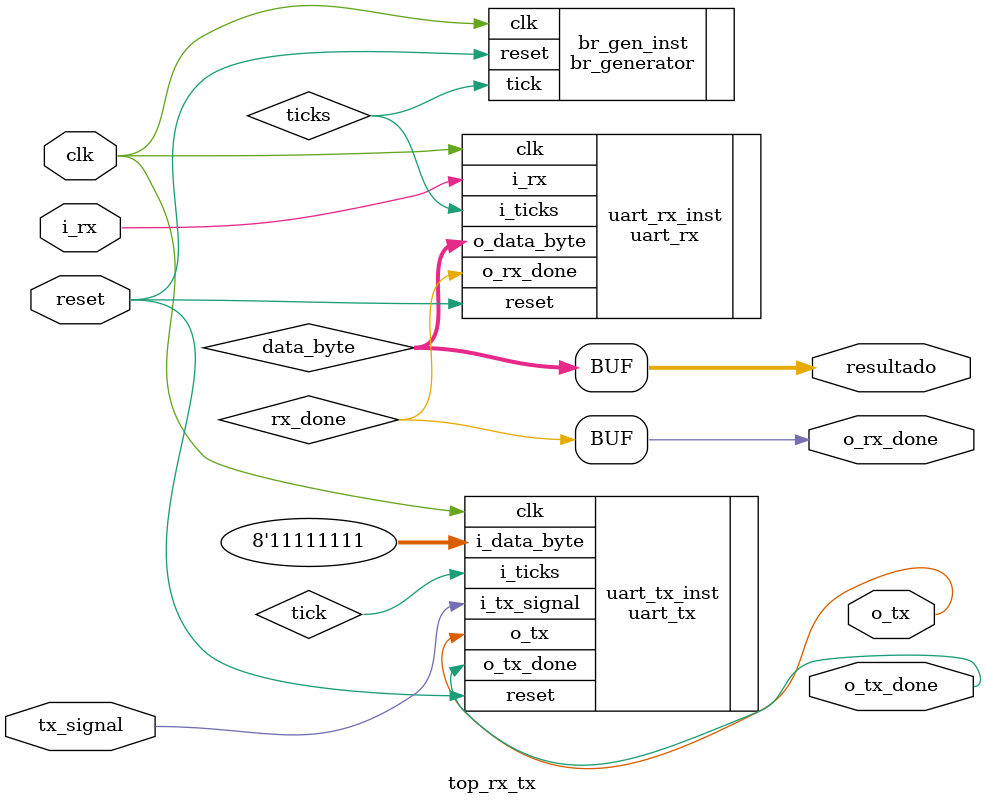
<source format=v>
module top_rx_tx (
    //INPUTS
    input clk,
    input reset,
    input i_rx,
    input tx_signal,

    //OUTPUTS
    output o_tx,
    output o_tx_done,
    output o_rx_done,
    output [7:0] resultado
);

    wire [7:0] data_byte;
    wire rx_done;
    assign resultado = data_byte;
    assign o_rx_done = rx_done;

// Instantiate br_generator module
// Instantiate BR Generator
    br_generator #(
        .freq(100_000_000), // 100 MHz por defecto si no se especifica
        .baud_rate(19_200), // 19.2 kBaud por defecto si no se especifica
        .N(10)
    ) br_gen_inst (
        .clk(clk),
        .reset(reset),
        .tick(ticks)
    );

    // Instantiate UART Receiver
    uart_rx #(
        .DATA_WIDTH(8),
        .SB_TICKS(16)
    ) uart_rx_inst (
        .clk(clk),
        .reset(reset),
        .i_ticks(ticks),
        .i_rx(i_rx),
        .o_rx_done(rx_done),
        .o_data_byte(data_byte)
    );
    
    parameter [7:0] data_to_tx = 8'b11111111;

    uart_tx #(
        .DATA_WIDTH(8),
        .SB_TICKS(16)
    ) uart_tx_inst (
        .clk(clk),
        .reset(reset),
        .i_tx_signal(tx_signal),
        .i_ticks(tick),
        .i_data_byte(data_to_tx),
        .o_tx_done(o_tx_done),
        .o_tx(o_tx)
    );

endmodule

</source>
